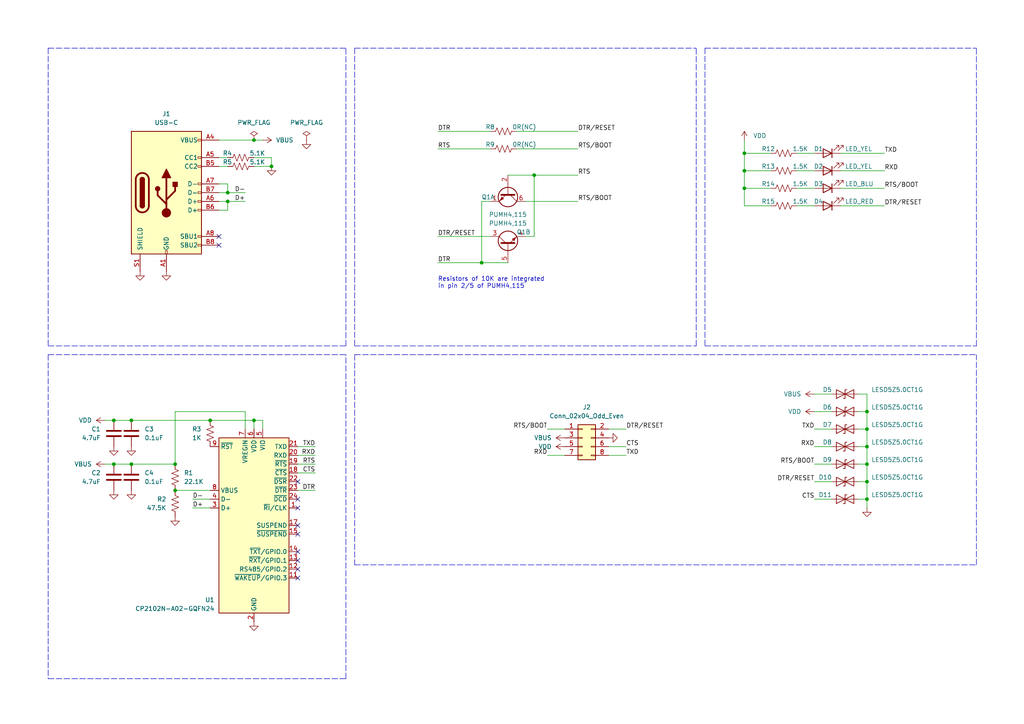
<source format=kicad_sch>
(kicad_sch (version 20211123) (generator eeschema)
  (paper "A4")
  (title_block (title "#0102 SERIAL-CP2102N") (date "2022-10-02") (rev "V1.0") (company "TileParts"))
  (lib_symbols
    (symbol "Connector:USB_C_Receptacle_USB2.0" (pin_names (offset 1.016))
      (property "Reference" "J" (at -10.16 19.05 0))
      (property "Value" "USB_C_Receptacle_USB2.0" (at 19.05 19.05 0))
      (symbol "USB_C_Receptacle_USB2.0_0_0"
        (rectangle (start -0.254 -17.78) (end 0.254 -16.764))
        (rectangle (start 10.16 -14.986) (end 9.144 -15.494))
        (rectangle (start 10.16 -12.446) (end 9.144 -12.954))
        (rectangle (start 10.16 -4.826) (end 9.144 -5.334))
        (rectangle (start 10.16 -2.286) (end 9.144 -2.794))
        (rectangle (start 10.16 0.254) (end 9.144 -0.254))
        (rectangle (start 10.16 2.794) (end 9.144 2.286))
        (rectangle (start 10.16 7.874) (end 9.144 7.366))
        (rectangle (start 10.16 10.414) (end 9.144 9.906))
        (rectangle (start 10.16 15.494) (end 9.144 14.986))
      )
      (symbol "USB_C_Receptacle_USB2.0_0_1"
        (rectangle (start -10.16 17.78) (end 10.16 -17.78) (stroke (width 0.254)) (fill (type background)))
        (arc (start -8.89 -3.81) (mid -6.985 -5.715) (end -5.08 -3.81) (stroke (width 0.508)))
        (arc (start -7.62 -3.81) (mid -6.985 -4.445) (end -6.35 -3.81) (stroke (width 0.254)))
        (arc (start -7.62 -3.81) (mid -6.985 -4.445) (end -6.35 -3.81) (stroke (width 0.254)) (fill (type outline)))
        (rectangle (start -7.62 -3.81) (end -6.35 3.81) (stroke (width 0.254)) (fill (type outline)))
        (arc (start -6.35 3.81) (mid -6.985 4.445) (end -7.62 3.81) (stroke (width 0.254)))
        (arc (start -6.35 3.81) (mid -6.985 4.445) (end -7.62 3.81) (stroke (width 0.254)) (fill (type outline)))
        (arc (start -5.08 3.81) (mid -6.985 5.715) (end -8.89 3.81) (stroke (width 0.508)))
        (circle (center -2.54 1.143) (radius 0.635) (stroke (width 0.254)) (fill (type outline)))
        (circle (center 0 -5.842) (radius 1.27) (fill (type outline)))
        (polyline (pts (xy -8.89 -3.81) (xy -8.89 3.81)) (stroke (width 0.508)))
        (polyline (pts (xy -5.08 3.81) (xy -5.08 -3.81)) (stroke (width 0.508)))
        (polyline (pts (xy 0 -5.842) (xy 0 4.318)) (stroke (width 0.508)))
        (polyline (pts (xy 0 -3.302) (xy -2.54 -0.762) (xy -2.54 0.508)) (stroke (width 0.508)))
        (polyline (pts (xy 0 -2.032) (xy 2.54 0.508) (xy 2.54 1.778)) (stroke (width 0.508)))
        (polyline (pts (xy -1.27 4.318) (xy 0 6.858) (xy 1.27 4.318) (xy -1.27 4.318)) (stroke (width 0.254)) (fill (type outline)))
        (rectangle (start 1.905 1.778) (end 3.175 3.048) (stroke (width 0.254)) (fill (type outline)))
      )
      (symbol "USB_C_Receptacle_USB2.0_1_1"
        (pin passive line (at 0 -22.86 90) (length 5.08) (name "GND") (number "A1"))
        (pin passive line (at 0 -22.86 90) (length 5.08) hide (name "GND") (number "A12"))
        (pin passive line (at 15.24 15.24 180) (length 5.08) (name "VBUS") (number "A4"))
        (pin bidirectional line (at 15.24 10.16 180) (length 5.08) (name "CC1") (number "A5"))
        (pin bidirectional line (at 15.24 -2.54 180) (length 5.08) (name "D+") (number "A6"))
        (pin bidirectional line (at 15.24 2.54 180) (length 5.08) (name "D-") (number "A7"))
        (pin bidirectional line (at 15.24 -12.7 180) (length 5.08) (name "SBU1") (number "A8"))
        (pin passive line (at 15.24 15.24 180) (length 5.08) hide (name "VBUS") (number "A9"))
        (pin passive line (at 0 -22.86 90) (length 5.08) hide (name "GND") (number "B1"))
        (pin passive line (at 0 -22.86 90) (length 5.08) hide (name "GND") (number "B12"))
        (pin passive line (at 15.24 15.24 180) (length 5.08) hide (name "VBUS") (number "B4"))
        (pin bidirectional line (at 15.24 7.62 180) (length 5.08) (name "CC2") (number "B5"))
        (pin bidirectional line (at 15.24 -5.08 180) (length 5.08) (name "D+") (number "B6"))
        (pin bidirectional line (at 15.24 0 180) (length 5.08) (name "D-") (number "B7"))
        (pin bidirectional line (at 15.24 -15.24 180) (length 5.08) (name "SBU2") (number "B8"))
        (pin passive line (at 15.24 15.24 180) (length 5.08) hide (name "VBUS") (number "B9"))
        (pin passive line (at -7.62 -22.86 90) (length 5.08) (name "SHIELD") (number "S1"))
      )
    )
    (symbol "Connector_Generic:Conn_02x04_Odd_Even" (pin_names (offset 1.016) hide)
      (property "Reference" "J" (at 1.27 5.08 0))
      (property "Value" "Conn_02x04_Odd_Even" (at 1.27 -7.62 0))
      (symbol "Conn_02x04_Odd_Even_1_1"
        (rectangle (start -1.27 -4.953) (end 0 -5.207) (stroke (width 0.1524)))
        (rectangle (start -1.27 -2.413) (end 0 -2.667) (stroke (width 0.1524)))
        (rectangle (start -1.27 0.127) (end 0 -0.127) (stroke (width 0.1524)))
        (rectangle (start -1.27 2.667) (end 0 2.413) (stroke (width 0.1524)))
        (rectangle (start -1.27 3.81) (end 3.81 -6.35) (stroke (width 0.254)) (fill (type background)))
        (rectangle (start 3.81 -4.953) (end 2.54 -5.207) (stroke (width 0.1524)))
        (rectangle (start 3.81 -2.413) (end 2.54 -2.667) (stroke (width 0.1524)))
        (rectangle (start 3.81 0.127) (end 2.54 -0.127) (stroke (width 0.1524)))
        (rectangle (start 3.81 2.667) (end 2.54 2.413) (stroke (width 0.1524)))
        (pin passive line (at -5.08 2.54 0) (length 3.81) (name "Pin_1") (number "1"))
        (pin passive line (at 7.62 2.54 180) (length 3.81) (name "Pin_2") (number "2"))
        (pin passive line (at -5.08 0 0) (length 3.81) (name "Pin_3") (number "3"))
        (pin passive line (at 7.62 0 180) (length 3.81) (name "Pin_4") (number "4"))
        (pin passive line (at -5.08 -2.54 0) (length 3.81) (name "Pin_5") (number "5"))
        (pin passive line (at 7.62 -2.54 180) (length 3.81) (name "Pin_6") (number "6"))
        (pin passive line (at -5.08 -5.08 0) (length 3.81) (name "Pin_7") (number "7"))
        (pin passive line (at 7.62 -5.08 180) (length 3.81) (name "Pin_8") (number "8"))
      )
    )
    (symbol "Device:C" (pin_numbers hide) (pin_names (offset 0.254))
      (property "Reference" "C" (at 0.635 2.54 0))
      (property "Value" "C" (at 0.635 -2.54 0))
      (symbol "C_0_1"
        (polyline (pts (xy -2.032 -0.762) (xy 2.032 -0.762)) (stroke (width 0.508)))
        (polyline (pts (xy -2.032 0.762) (xy 2.032 0.762)) (stroke (width 0.508)))
      )
      (symbol "C_1_1"
        (pin passive line (at 0 3.81 270) (length 2.794) (name "~") (number "1"))
        (pin passive line (at 0 -3.81 90) (length 2.794) (name "~") (number "2"))
      )
    )
    (symbol "Device:LED" (pin_numbers hide) (pin_names (offset 1.016) hide)
      (property "Reference" "D" (at 0 2.54 0))
      (property "Value" "LED" (at 0 -2.54 0))
      (symbol "LED_0_1"
        (polyline (pts (xy -1.27 -1.27) (xy -1.27 1.27)) (stroke (width 0.254)))
        (polyline (pts (xy -1.27 0) (xy 1.27 0)))
        (polyline (pts (xy 1.27 -1.27) (xy 1.27 1.27) (xy -1.27 0) (xy 1.27 -1.27)) (stroke (width 0.254)))
        (polyline (pts (xy -3.048 -0.762) (xy -4.572 -2.286) (xy -3.81 -2.286) (xy -4.572 -2.286) (xy -4.572 -1.524)))
        (polyline (pts (xy -1.778 -0.762) (xy -3.302 -2.286) (xy -2.54 -2.286) (xy -3.302 -2.286) (xy -3.302 -1.524)))
      )
      (symbol "LED_1_1"
        (pin passive line (at -3.81 0 0) (length 2.54) (name "K") (number "1"))
        (pin passive line (at 3.81 0 180) (length 2.54) (name "A") (number "2"))
      )
    )
    (symbol "Device:R_US" (pin_numbers hide) (pin_names (offset 0))
      (property "Reference" "R" (at 2.54 0 90))
      (property "Value" "R_US" (at -2.54 0 90))
      (symbol "R_US_0_1"
        (polyline (pts (xy 0 -2.286) (xy 0 -2.54)))
        (polyline (pts (xy 0 2.286) (xy 0 2.54)))
        (polyline (pts (xy 0 -0.762) (xy 1.016 -1.143) (xy 0 -1.524) (xy -1.016 -1.905) (xy 0 -2.286)))
        (polyline (pts (xy 0 0.762) (xy 1.016 0.381) (xy 0 0) (xy -1.016 -0.381) (xy 0 -0.762)))
        (polyline (pts (xy 0 2.286) (xy 1.016 1.905) (xy 0 1.524) (xy -1.016 1.143) (xy 0 0.762)))
      )
      (symbol "R_US_1_1"
        (pin passive line (at 0 3.81 270) (length 1.27) (name "~") (number "1"))
        (pin passive line (at 0 -3.81 90) (length 1.27) (name "~") (number "2"))
      )
    )
    (symbol "Diode:ESD9B5.0ST5G" (pin_numbers hide) (pin_names (offset 1.016) hide)
      (property "Reference" "D" (at 0 2.54 0))
      (property "Value" "ESD9B5.0ST5G" (at 0 -2.54 0))
      (symbol "ESD9B5.0ST5G_0_1"
        (polyline (pts (xy 1.27 0) (xy -1.27 0)))
        (polyline (pts (xy -2.54 -1.27) (xy 0 0) (xy -2.54 1.27) (xy -2.54 -1.27)) (stroke (width 0.2032)))
        (polyline (pts (xy 0.508 1.27) (xy 0 1.27) (xy 0 -1.27) (xy -0.508 -1.27)) (stroke (width 0.2032)))
        (polyline (pts (xy 2.54 1.27) (xy 2.54 -1.27) (xy 0 0) (xy 2.54 1.27)) (stroke (width 0.2032)))
      )
      (symbol "ESD9B5.0ST5G_1_1"
        (pin passive line (at -3.81 0 0) (length 2.54) (name "A1") (number "1"))
        (pin passive line (at 3.81 0 180) (length 2.54) (name "A2") (number "2"))
      )
    )
    (symbol "Interface_USB:CP2102N-Axx-xQFN24"
      (property "Reference" "U" (at -8.89 26.67 0))
      (property "Value" "CP2102N-Axx-xQFN24" (at 13.97 26.67 0))
      (symbol "CP2102N-Axx-xQFN24_0_1"
        (rectangle (start -10.16 25.4) (end 10.16 -25.4) (stroke (width 0.254)) (fill (type background)))
      )
      (symbol "CP2102N-Axx-xQFN24_1_1"
        (pin bidirectional line (at 12.7 5.08 180) (length 2.54) (name "~{RI}/CLK") (number "1"))
        (pin no_connect line (at -10.16 -22.86 0) (length 2.54) hide (name "NC") (number "10"))
        (pin bidirectional line (at 12.7 -15.24 180) (length 2.54) (name "~{WAKEUP}/GPIO.3") (number "11"))
        (pin bidirectional line (at 12.7 -12.7 180) (length 2.54) (name "RS485/GPIO.2") (number "12"))
        (pin bidirectional line (at 12.7 -10.16 180) (length 2.54) (name "~{RXT}/GPIO.1") (number "13"))
        (pin bidirectional line (at 12.7 -7.62 180) (length 2.54) (name "~{TXT}/GPIO.0") (number "14"))
        (pin output line (at 12.7 -2.54 180) (length 2.54) (name "~{SUSPEND}") (number "15"))
        (pin no_connect line (at 10.16 -22.86 180) (length 2.54) hide (name "NC") (number "16"))
        (pin output line (at 12.7 0 180) (length 2.54) (name "SUSPEND") (number "17"))
        (pin input line (at 12.7 15.24 180) (length 2.54) (name "~{CTS}") (number "18"))
        (pin output line (at 12.7 17.78 180) (length 2.54) (name "~{RTS}") (number "19"))
        (pin power_in line (at 0 -27.94 90) (length 2.54) (name "GND") (number "2"))
        (pin input line (at 12.7 20.32 180) (length 2.54) (name "RXD") (number "20"))
        (pin output line (at 12.7 22.86 180) (length 2.54) (name "TXD") (number "21"))
        (pin input line (at 12.7 12.7 180) (length 2.54) (name "~{DSR}") (number "22"))
        (pin output line (at 12.7 10.16 180) (length 2.54) (name "~{DTR}") (number "23"))
        (pin input line (at 12.7 7.62 180) (length 2.54) (name "~{DCD}") (number "24"))
        (pin passive line (at 0 -27.94 90) (length 2.54) hide (name "GND") (number "25"))
        (pin bidirectional line (at -12.7 5.08 0) (length 2.54) (name "D+") (number "3"))
        (pin bidirectional line (at -12.7 7.62 0) (length 2.54) (name "D-") (number "4"))
        (pin power_in line (at 2.54 27.94 270) (length 2.54) (name "VIO") (number "5"))
        (pin power_in line (at 0 27.94 270) (length 2.54) (name "VDD") (number "6"))
        (pin power_in line (at -2.54 27.94 270) (length 2.54) (name "VREGIN") (number "7"))
        (pin input line (at -12.7 10.16 0) (length 2.54) (name "VBUS") (number "8"))
        (pin input line (at -12.7 22.86 0) (length 2.54) (name "~{RST}") (number "9"))
      )
    )
    (symbol "Transistor_BJT:PUMX1" (pin_names (offset 0) hide)
      (property "Reference" "Q" (at 5.08 1.27 0))
      (property "Value" "PUMX1" (at 5.08 -1.27 0))
      (symbol "PUMX1_0_1"
        (polyline (pts (xy 0.635 0) (xy -2.54 0)))
        (polyline (pts (xy 0.635 0.635) (xy 2.54 2.54)))
        (polyline (pts (xy 0.635 -0.635) (xy 2.54 -2.54) (xy 2.54 -2.54)))
        (polyline (pts (xy 0.635 1.905) (xy 0.635 -1.905) (xy 0.635 -1.905)) (stroke (width 0.508)))
        (polyline (pts (xy 1.27 -1.778) (xy 1.778 -1.27) (xy 2.286 -2.286) (xy 1.27 -1.778) (xy 1.27 -1.778)) (fill (type outline)))
        (circle (center 1.27 0) (radius 2.8194) (stroke (width 0.254)))
      )
      (symbol "PUMX1_1_1"
        (pin passive line (at 2.54 -5.08 90) (length 2.54) (name "E1") (number "1"))
        (pin input line (at -5.08 0 0) (length 2.54) (name "B1") (number "2"))
        (pin passive line (at 2.54 5.08 270) (length 2.54) (name "C1") (number "6"))
      )
      (symbol "PUMX1_2_1"
        (pin passive line (at 2.54 5.08 270) (length 2.54) (name "C2") (number "3"))
        (pin passive line (at 2.54 -5.08 90) (length 2.54) (name "E2") (number "4"))
        (pin input line (at -5.08 0 0) (length 2.54) (name "B2") (number "5"))
      )
    )
    (symbol "power:GND" (power) (pin_names (offset 0))
      (property "Value" "GND" (at 0 -3.81 0))
      (symbol "GND_0_1"
        (polyline (pts (xy 0 0) (xy 0 -1.27) (xy 1.27 -1.27) (xy 0 -2.54) (xy -1.27 -1.27) (xy 0 -1.27)))
      )
      (symbol "GND_1_1"
        (pin power_in line (at 0 0 270) (length 0) hide (name "GND") (number "1"))
      )
    )
    (symbol "power:PWR_FLAG" (power) (pin_numbers hide) (pin_names (offset 0) hide)
      (property "Value" "PWR_FLAG" (at 0 3.81 0))
      (symbol "PWR_FLAG_0_0"
        (pin power_out line (at 0 0 90) (length 0) (name "pwr") (number "1"))
      )
      (symbol "PWR_FLAG_0_1"
        (polyline (pts (xy 0 0) (xy 0 1.27) (xy -1.016 1.905) (xy 0 2.54) (xy 1.016 1.905) (xy 0 1.27)))
      )
    )
    (symbol "power:VBUS" (power) (pin_names (offset 0))
      (property "Value" "VBUS" (at 0 3.81 0))
      (symbol "VBUS_0_1"
        (polyline (pts (xy -0.762 1.27) (xy 0 2.54)))
        (polyline (pts (xy 0 0) (xy 0 2.54)))
        (polyline (pts (xy 0 2.54) (xy 0.762 1.27)))
      )
      (symbol "VBUS_1_1"
        (pin power_in line (at 0 0 90) (length 0) hide (name "VBUS") (number "1"))
      )
    )
    (symbol "power:VDD" (power) (pin_names (offset 0))
      (property "Value" "VDD" (at 0 3.81 0))
      (symbol "VDD_0_1"
        (polyline (pts (xy -0.762 1.27) (xy 0 2.54)))
        (polyline (pts (xy 0 0) (xy 0 2.54)))
        (polyline (pts (xy 0 2.54) (xy 0.762 1.27)))
      )
      (symbol "VDD_1_1"
        (pin power_in line (at 0 0 90) (length 0) hide (name "VDD") (number "1"))
      )
    )
  )
  (junction (at 251.46 129.54))
  (junction (at 66.04 55.88))
  (junction (at 139.7 76.2))
  (junction (at 215.9 54.61))
  (junction (at 154.94 50.8))
  (junction (at 38.1 121.92))
  (junction (at 73.66 40.64))
  (junction (at 50.8 142.24))
  (junction (at 215.9 49.53))
  (junction (at 33.02 121.92))
  (junction (at 78.74 48.26))
  (junction (at 251.46 124.46))
  (junction (at 251.46 134.62))
  (junction (at 50.8 134.62))
  (junction (at 215.9 44.45))
  (junction (at 251.46 139.7))
  (junction (at 251.46 144.78))
  (junction (at 251.46 119.38))
  (junction (at 73.66 121.92))
  (junction (at 66.04 58.42))
  (junction (at 38.1 134.62))
  (junction (at 60.96 121.92))
  (junction (at 33.02 134.62))
  (no_connect (at 63.5 71.12))
  (no_connect (at 63.5 68.58))
  (no_connect (at 86.36 144.78))
  (no_connect (at 86.36 147.32))
  (no_connect (at 86.36 162.56))
  (no_connect (at 86.36 160.02))
  (no_connect (at 86.36 167.64))
  (no_connect (at 86.36 165.1))
  (no_connect (at 86.36 139.7))
  (no_connect (at 86.36 152.4))
  (no_connect (at 86.36 154.94))
  (wire (pts (xy 86.36 142.24) (xy 91.44 142.24)))
  (wire (pts (xy 215.9 59.69) (xy 223.52 59.69)))
  (wire (pts (xy 215.9 54.61) (xy 215.9 49.53)))
  (wire (pts (xy 231.14 54.61) (xy 236.22 54.61)))
  (wire (pts (xy 152.4 68.58) (xy 154.94 68.58)))
  (wire (pts (xy 176.53 129.54) (xy 181.61 129.54)))
  (wire (pts (xy 215.9 54.61) (xy 223.52 54.61)))
  (wire (pts (xy 158.75 124.46) (xy 163.83 124.46)))
  (wire (pts (xy 231.14 49.53) (xy 236.22 49.53)))
  (polyline (pts (xy 100.33 196.85) (xy 100.33 102.87)))
  (wire (pts (xy 63.5 53.34) (xy 66.04 53.34)))
  (wire (pts (xy 38.1 121.92) (xy 60.96 121.92)))
  (wire (pts (xy 248.92 114.3) (xy 251.46 114.3)))
  (polyline (pts (xy 201.93 100.33) (xy 201.93 13.97)))
  (wire (pts (xy 66.04 55.88) (xy 63.5 55.88)))
  (wire (pts (xy 251.46 129.54) (xy 251.46 134.62)))
  (wire (pts (xy 248.92 134.62) (xy 251.46 134.62)))
  (wire (pts (xy 154.94 50.8) (xy 167.64 50.8)))
  (wire (pts (xy 86.36 137.16) (xy 91.44 137.16)))
  (wire (pts (xy 236.22 124.46) (xy 241.3 124.46)))
  (wire (pts (xy 30.48 134.62) (xy 33.02 134.62)))
  (wire (pts (xy 215.9 49.53) (xy 215.9 44.45)))
  (wire (pts (xy 60.96 121.92) (xy 73.66 121.92)))
  (polyline (pts (xy 100.33 100.33) (xy 100.33 13.97)))
  (wire (pts (xy 236.22 134.62) (xy 241.3 134.62)))
  (wire (pts (xy 149.86 38.1) (xy 167.64 38.1)))
  (wire (pts (xy 158.75 132.08) (xy 163.83 132.08)))
  (wire (pts (xy 73.66 48.26) (xy 78.74 48.26)))
  (wire (pts (xy 33.02 121.92) (xy 38.1 121.92)))
  (polyline (pts (xy 102.87 163.83) (xy 283.21 163.83)))
  (wire (pts (xy 63.5 40.64) (xy 73.66 40.64)))
  (polyline (pts (xy 13.97 13.97) (xy 13.97 100.33)))
  (wire (pts (xy 127 43.18) (xy 142.24 43.18)))
  (polyline (pts (xy 13.97 100.33) (xy 100.33 100.33)))
  (wire (pts (xy 73.66 40.64) (xy 76.2 40.64)))
  (wire (pts (xy 55.88 144.78) (xy 60.96 144.78)))
  (wire (pts (xy 86.36 134.62) (xy 91.44 134.62)))
  (wire (pts (xy 63.5 48.26) (xy 66.04 48.26)))
  (wire (pts (xy 55.88 147.32) (xy 60.96 147.32)))
  (wire (pts (xy 73.66 121.92) (xy 73.66 124.46)))
  (wire (pts (xy 127 76.2) (xy 139.7 76.2)))
  (wire (pts (xy 236.22 144.78) (xy 241.3 144.78)))
  (wire (pts (xy 66.04 55.88) (xy 71.12 55.88)))
  (wire (pts (xy 66.04 58.42) (xy 71.12 58.42)))
  (wire (pts (xy 139.7 76.2) (xy 139.7 58.42)))
  (wire (pts (xy 50.8 119.38) (xy 71.12 119.38)))
  (wire (pts (xy 154.94 50.8) (xy 147.32 50.8)))
  (polyline (pts (xy 102.87 13.97) (xy 102.87 100.33)))
  (wire (pts (xy 30.48 121.92) (xy 33.02 121.92)))
  (polyline (pts (xy 204.47 13.97) (xy 204.47 100.33)))
  (wire (pts (xy 236.22 119.38) (xy 241.3 119.38)))
  (wire (pts (xy 251.46 144.78) (xy 251.46 147.32)))
  (wire (pts (xy 231.14 44.45) (xy 236.22 44.45)))
  (wire (pts (xy 152.4 58.42) (xy 167.64 58.42)))
  (wire (pts (xy 176.53 124.46) (xy 181.61 124.46)))
  (wire (pts (xy 215.9 44.45) (xy 223.52 44.45)))
  (wire (pts (xy 86.36 132.08) (xy 91.44 132.08)))
  (wire (pts (xy 215.9 49.53) (xy 223.52 49.53)))
  (wire (pts (xy 248.92 139.7) (xy 251.46 139.7)))
  (wire (pts (xy 50.8 119.38) (xy 50.8 134.62)))
  (wire (pts (xy 243.84 54.61) (xy 256.54 54.61)))
  (wire (pts (xy 251.46 119.38) (xy 251.46 124.46)))
  (polyline (pts (xy 204.47 100.33) (xy 283.21 100.33)))
  (polyline (pts (xy 283.21 100.33) (xy 283.21 13.97)))
  (wire (pts (xy 251.46 134.62) (xy 251.46 139.7)))
  (wire (pts (xy 73.66 121.92) (xy 76.2 121.92)))
  (wire (pts (xy 63.5 60.96) (xy 66.04 60.96)))
  (wire (pts (xy 236.22 129.54) (xy 241.3 129.54)))
  (wire (pts (xy 251.46 124.46) (xy 251.46 129.54)))
  (wire (pts (xy 66.04 53.34) (xy 66.04 55.88)))
  (polyline (pts (xy 283.21 163.83) (xy 283.21 102.87)))
  (wire (pts (xy 236.22 114.3) (xy 241.3 114.3)))
  (wire (pts (xy 231.14 59.69) (xy 236.22 59.69)))
  (polyline (pts (xy 102.87 102.87) (xy 283.21 102.87)))
  (wire (pts (xy 149.86 43.18) (xy 167.64 43.18)))
  (wire (pts (xy 215.9 44.45) (xy 215.9 40.64)))
  (wire (pts (xy 86.36 129.54) (xy 91.44 129.54)))
  (polyline (pts (xy 102.87 100.33) (xy 201.93 100.33)))
  (wire (pts (xy 236.22 139.7) (xy 241.3 139.7)))
  (wire (pts (xy 243.84 59.69) (xy 256.54 59.69)))
  (wire (pts (xy 71.12 119.38) (xy 71.12 124.46)))
  (wire (pts (xy 38.1 134.62) (xy 50.8 134.62)))
  (wire (pts (xy 66.04 58.42) (xy 66.04 60.96)))
  (wire (pts (xy 33.02 134.62) (xy 38.1 134.62)))
  (wire (pts (xy 248.92 129.54) (xy 251.46 129.54)))
  (polyline (pts (xy 204.47 13.97) (xy 283.21 13.97)))
  (wire (pts (xy 63.5 45.72) (xy 66.04 45.72)))
  (wire (pts (xy 154.94 68.58) (xy 154.94 50.8)))
  (polyline (pts (xy 13.97 102.87) (xy 100.33 102.87)))
  (wire (pts (xy 73.66 45.72) (xy 78.74 45.72)))
  (wire (pts (xy 76.2 121.92) (xy 76.2 124.46)))
  (wire (pts (xy 139.7 58.42) (xy 142.24 58.42)))
  (wire (pts (xy 248.92 144.78) (xy 251.46 144.78)))
  (polyline (pts (xy 102.87 102.87) (xy 102.87 163.83)))
  (wire (pts (xy 50.8 142.24) (xy 60.96 142.24)))
  (wire (pts (xy 248.92 119.38) (xy 251.46 119.38)))
  (wire (pts (xy 63.5 58.42) (xy 66.04 58.42)))
  (polyline (pts (xy 13.97 13.97) (xy 100.33 13.97)))
  (wire (pts (xy 127 68.58) (xy 142.24 68.58)))
  (polyline (pts (xy 13.97 102.87) (xy 13.97 196.85)))
  (wire (pts (xy 243.84 44.45) (xy 256.54 44.45)))
  (wire (pts (xy 147.32 76.2) (xy 139.7 76.2)))
  (wire (pts (xy 251.46 114.3) (xy 251.46 119.38)))
  (wire (pts (xy 243.84 49.53) (xy 256.54 49.53)))
  (polyline (pts (xy 13.97 196.85) (xy 100.33 196.85)))
  (wire (pts (xy 176.53 132.08) (xy 181.61 132.08)))
  (wire (pts (xy 127 38.1) (xy 142.24 38.1)))
  (wire (pts (xy 251.46 139.7) (xy 251.46 144.78)))
  (wire (pts (xy 78.74 45.72) (xy 78.74 48.26)))
  (wire (pts (xy 215.9 59.69) (xy 215.9 54.61)))
  (wire (pts (xy 248.92 124.46) (xy 251.46 124.46)))
  (polyline (pts (xy 102.87 13.97) (xy 201.93 13.97)))
  (text "Resistors of 10K are integrated\nin pin 2/5 of PUMH4,115" (at 127 83.82 0) (effects (font (size 1.27 1.27)) (justify left bottom)))
  (label "DTR{slash}RESET" (at 256.54 59.69 0))
  (label "TXD" (at 256.54 44.45 0))
  (label "D-" (at 55.88 144.78 0))
  (label "DTR" (at 127 38.1 0))
  (label "RXD" (at 256.54 49.53 0))
  (label "TXD" (at 236.22 124.46 180))
  (label "D+" (at 71.12 58.42 180))
  (label "RTS" (at 127 43.18 0))
  (label "D-" (at 71.12 55.88 180))
  (label "DTR{slash}RESET" (at 236.22 139.7 180))
  (label "RTS" (at 91.44 134.62 180))
  (label "RXD" (at 91.44 132.08 180))
  (label "DTR" (at 91.44 142.24 180))
  (label "DTR{slash}RESET" (at 181.61 124.46 0))
  (label "TXD" (at 181.61 132.08 0))
  (label "RXD" (at 158.75 132.08 180))
  (label "RTS{slash}BOOT" (at 167.64 58.42 0))
  (label "CTS" (at 181.61 129.54 0))
  (label "RXD" (at 236.22 129.54 180))
  (label "CTS" (at 91.44 137.16 180))
  (label "DTR{slash}RESET" (at 167.64 38.1 0))
  (label "RTS{slash}BOOT" (at 236.22 134.62 180))
  (label "RTS" (at 167.64 50.8 0))
  (label "RTS{slash}BOOT" (at 256.54 54.61 0))
  (label "RTS{slash}BOOT" (at 167.64 43.18 0))
  (label "TXD" (at 91.44 129.54 180))
  (label "RTS{slash}BOOT" (at 158.75 124.46 180))
  (label "DTR" (at 127 76.2 0))
  (label "CTS" (at 236.22 144.78 180))
  (label "D+" (at 55.88 147.32 0))
  (label "DTR{slash}RESET" (at 127 68.58 0))
  (symbol (lib_id "power:VBUS") (at 236.22 114.3 90) (unit 1)
    (property "Reference" "#PWR018" (effects hide))
    (property "Value" "VBUS" (at 232.41 114.3 90) (effects (justify left)))
  )
  (symbol (lib_id "Device:R_US") (at 227.33 54.61 90) (unit 1)
    (property "Reference" "R14" (at 224.79 53.34 90) (effects (justify left)))
    (property "Value" "1.5K" (at 229.87 53.34 90) (effects (justify right)))
    (property "Footprint" "Resistor_SMD:R_0402_1005Metric" (effects hide))
    (property "Manufacturer" "UniOhm" (effects hide))
    (property "Supplier" "JLC" (effects hide))
    (property "PartNumber" "C25867" (effects hide))
  )
  (symbol (lib_id "power:VDD") (at 30.48 121.92 90) (unit 1)
    (property "Reference" "#PWR01" (effects hide))
    (property "Value" "VDD" (at 26.67 121.9199 90) (effects (justify left)))
  )
  (symbol (lib_id "Device:R_US") (at 146.05 38.1 90) (unit 1)
    (property "Reference" "R8" (at 143.51 36.83 90) (effects (justify left)))
    (property "Value" "0R(NC)" (at 148.59 36.83 90) (effects (justify right)))
    (property "Footprint" "Resistor_SMD:R_0603_1608Metric" (effects hide))
  )
  (symbol (lib_id "Device:R_US") (at 146.05 43.18 90) (unit 1)
    (property "Reference" "R9" (at 143.51 41.91 90) (effects (justify left)))
    (property "Value" "0R(NC)" (at 148.59 41.91 90) (effects (justify right)))
    (property "Footprint" "Resistor_SMD:R_0603_1608Metric" (effects hide))
  )
  (symbol (lib_id "power:GND") (at 40.64 78.74 0) (unit 1)
    (property "Reference" "#PWR07" (effects hide))
    (property "Value" "GND" (effects hide))
  )
  (symbol (lib_id "Diode:ESD9B5.0ST5G") (at 245.11 139.7 180) (unit 1)
    (property "Reference" "D10" (at 241.3 138.43 0) (effects (justify left)))
    (property "Value" "LESD5Z5.0CT1G" (at 252.73 138.43 0) (effects (justify right)))
    (property "Footprint" "Diode_SMD:D_SOD-523" (effects hide))
    (property "Datasheet" "https://www.onsemi.com/pub/Collateral/ESD9B-D.PDF" (effects hide))
    (property "Manufacturer" "LRC" (effects hide))
    (property "PartNumber" "C136167" (effects hide))
    (property "Supplier" "JLC-EXT" (effects hide))
  )
  (symbol (lib_id "Device:R_US") (at 69.85 48.26 90) (unit 1)
    (property "Reference" "R5" (at 67.31 46.99 90) (effects (justify left)))
    (property "Value" "5.1K" (at 72.39 46.99 90) (effects (justify right)))
    (property "Footprint" "Resistor_SMD:R_0402_1005Metric" (effects hide))
    (property "Manufacturer" "UniOhm" (effects hide))
    (property "PartNumber" "C25905" (effects hide))
    (property "Supplier" "JLC" (effects hide))
  )
  (symbol (lib_id "power:VBUS") (at 30.48 134.62 90) (unit 1)
    (property "Reference" "#PWR02" (effects hide))
    (property "Value" "VBUS" (at 26.67 134.62 90) (effects (justify left)))
  )
  (symbol (lib_id "power:VDD") (at 163.83 129.54 90) (unit 1)
    (property "Reference" "#PWR015" (effects hide))
    (property "Value" "VDD" (at 160.02 129.5399 90) (effects (justify left)))
  )
  (symbol (lib_id "power:GND") (at 251.46 147.32 0) (unit 1)
    (property "Reference" "#PWR020" (effects hide))
    (property "Value" "GND" (effects hide))
  )
  (symbol (lib_id "Transistor_BJT:PUMX1") (at 147.32 55.88 270) (unit 1)
    (property "Reference" "Q1" (at 143.51 57.15 90) (effects (justify right)))
    (property "Value" "PUMH4,115" (at 147.32 62.23 90))
    (property "Footprint" "Package_TO_SOT_SMD:SOT-363_SC-70-6" (effects hide))
    (property "Datasheet" "https://assets.nexperia.com/documents/data-sheet/PUMX1.pdf" (effects hide))
    (property "Manufacturer" "Nexperia" (effects hide))
    (property "PartNumber" "C455002" (effects hide))
    (property "Supplier" "JLC-EXT" (effects hide))
  )
  (symbol (lib_id "power:GND") (at 88.9 40.64 0) (unit 1)
    (property "Reference" "#PWR013" (effects hide))
    (property "Value" "GND" (effects hide))
  )
  (symbol (lib_id "power:VBUS") (at 163.83 127 90) (unit 1)
    (property "Reference" "#PWR014" (effects hide))
    (property "Value" "VBUS" (at 160.02 126.9999 90) (effects (justify left)))
  )
  (symbol (lib_id "Device:R_US") (at 60.96 125.73 0) (unit 1)
    (property "Reference" "R3" (at 58.42 124.4599 0) (effects (justify right)))
    (property "Value" "1K" (at 58.42 126.9999 0) (effects (justify right)))
    (property "Footprint" "Resistor_SMD:R_0402_1005Metric" (effects hide))
    (property "Manufacturer" "UniOhm" (effects hide))
    (property "PartNumber" "C11702" (effects hide))
    (property "Supplier" "JLC" (effects hide))
  )
  (symbol (lib_id "Device:C") (at 38.1 125.73 0) (unit 1)
    (property "Reference" "C3" (at 41.91 124.4599 0) (effects (justify left)))
    (property "Value" "0.1uF" (at 41.91 126.9999 0) (effects (justify left)))
    (property "Footprint" "Capacitor_SMD:C_0402_1005Metric" (effects hide))
    (property "Manufacturer" "SAMSUNG" (effects hide))
    (property "PartNumber" "C1525" (effects hide))
    (property "Supplier" "JLC" (effects hide))
  )
  (symbol (lib_id "power:GND") (at 78.74 48.26 0) (unit 1)
    (property "Reference" "#PWR012" (effects hide))
    (property "Value" "GND" (effects hide))
  )
  (symbol (lib_id "power:GND") (at 33.02 129.54 0) (unit 1)
    (property "Reference" "#PWR03" (effects hide))
    (property "Value" "GND" (effects hide))
  )
  (symbol (lib_id "Diode:ESD9B5.0ST5G") (at 245.11 119.38 180) (unit 1)
    (property "Reference" "D6" (at 241.3 118.11 0) (effects (justify left)))
    (property "Value" "LESD5Z5.0CT1G" (at 252.73 118.11 0) (effects (justify right)))
    (property "Footprint" "Diode_SMD:D_SOD-523" (effects hide))
    (property "Datasheet" "https://www.onsemi.com/pub/Collateral/ESD9B-D.PDF" (effects hide))
    (property "Manufacturer" "LRC" (effects hide))
    (property "PartNumber" "C136167" (effects hide))
    (property "Supplier" "JLC-EXT" (effects hide))
  )
  (symbol (lib_id "Connector_Generic:Conn_02x04_Odd_Even") (at 168.91 127 0) (unit 1)
    (property "Reference" "J2" (at 170.18 118.11 0))
    (property "Value" "Conn_02x04_Odd_Even" (at 170.18 120.65 0))
    (property "Footprint" "Connector_PinHeader_2.54mm:PinHeader_2x04_P2.54mm_Vertical" (effects hide))
  )
  (symbol (lib_id "power:GND") (at 73.66 180.34 0) (unit 1)
    (property "Reference" "#PWR010" (effects hide))
    (property "Value" "GND" (effects hide))
  )
  (symbol (lib_id "power:VDD") (at 236.22 119.38 90) (unit 1)
    (property "Reference" "#PWR019" (effects hide))
    (property "Value" "VDD" (at 232.41 119.38 90) (effects (justify left)))
  )
  (symbol (lib_id "Connector:USB_C_Receptacle_USB2.0") (at 48.26 55.88 0) (unit 1)
    (property "Reference" "J1" (at 48.26 33.02 0))
    (property "Value" "USB-C" (at 48.26 35.56 0))
    (property "Footprint" "JLC-SMT:HRO_TYPE-C-31-M-12" (effects hide))
    (property "Datasheet" "https://www.usb.org/sites/default/files/documents/usb_type-c.zip" (effects hide))
    (property "Datasheet" "https://www.usb.org/sites/default/files/documents/usb_type-c.zip" (effects hide))
    (property "Manufacturer" "HRO" (effects hide))
    (property "PartNumber" "C165948" (effects hide))
    (property "Supplier" "JLC-EXT" (effects hide))
  )
  (symbol (lib_id "power:VDD") (at 215.9 40.64 0) (unit 1)
    (property "Reference" "#PWR017" (effects hide))
    (property "Value" "VDD" (at 218.44 39.3699 0) (effects (justify left)))
  )
  (symbol (lib_id "Device:R_US") (at 50.8 138.43 0) (unit 1)
    (property "Reference" "R1" (at 53.34 137.1599 0) (effects (justify left)))
    (property "Value" "22.1K" (at 53.34 139.6999 0) (effects (justify left)))
    (property "Footprint" "Resistor_SMD:R_0402_1005Metric" (effects hide))
    (property "Manufacturer" "YAGEO" (effects hide))
    (property "PartNumber" "C163478" (effects hide))
    (property "Supplier" "JLC-EXT" (effects hide))
  )
  (symbol (lib_id "Interface_USB:CP2102N-Axx-xQFN24") (at 73.66 152.4 0) (unit 1)
    (property "Reference" "U1" (at 62.23 173.99 0) (effects (justify right)))
    (property "Value" "CP2102N-A02-GQFN24" (at 62.23 176.53 0) (effects (justify right)))
    (property "Footprint" "Package_DFN_QFN:QFN-24-1EP_4x4mm_P0.5mm_EP2.6x2.6mm" (effects hide))
    (property "Datasheet" "https://www.silabs.com/documents/public/data-sheets/cp2102n-datasheet.pdf" (effects hide))
    (property "Datasheet" "https://www.silabs.com/documents/public/data-sheets/cp2102n-datasheet.pdf" (effects hide))
    (property "Manufacturer" "SILICON LABS" (effects hide))
    (property "PartNumber" "C969151" (effects hide))
    (property "Supplier" "JLC-EXT" (effects hide))
  )
  (symbol (lib_id "Device:C") (at 33.02 125.73 0) (unit 1)
    (property "Reference" "C1" (at 29.21 124.4599 0) (effects (justify right)))
    (property "Value" "4.7uF" (at 29.21 126.9999 0) (effects (justify right)))
    (property "Footprint" "Capacitor_SMD:C_0402_1005Metric" (effects hide))
    (property "Manufacturer" "SAMSUNG" (effects hide))
    (property "PartNumber" "C23733" (effects hide))
    (property "Supplier" "JLC" (effects hide))
  )
  (symbol (lib_id "power:GND") (at 38.1 129.54 0) (unit 1)
    (property "Reference" "#PWR05" (effects hide))
    (property "Value" "GND" (effects hide))
  )
  (symbol (lib_id "Device:C") (at 38.1 138.43 0) (unit 1)
    (property "Reference" "C4" (at 41.91 137.1599 0) (effects (justify left)))
    (property "Value" "0.1uF" (at 41.91 139.6999 0) (effects (justify left)))
    (property "Footprint" "Capacitor_SMD:C_0402_1005Metric" (effects hide))
    (property "Manufacturer" "SAMSUNG" (effects hide))
    (property "PartNumber" "C1525" (effects hide))
    (property "Supplier" "JLC" (effects hide))
  )
  (symbol (lib_id "Device:R_US") (at 227.33 59.69 90) (unit 1)
    (property "Reference" "R15" (at 224.79 58.42 90) (effects (justify left)))
    (property "Value" "1.5K" (at 229.87 58.42 90) (effects (justify right)))
    (property "Footprint" "Resistor_SMD:R_0402_1005Metric" (effects hide))
    (property "Manufacturer" "UniOhm" (effects hide))
    (property "Supplier" "JLC" (effects hide))
    (property "PartNumber" "C25867" (effects hide))
  )
  (symbol (lib_id "power:PWR_FLAG") (at 73.66 40.64 0) (unit 1)
    (property "Reference" "#FLG01" (effects hide))
    (property "Value" "PWR_FLAG" (at 73.66 35.56 0))
  )
  (symbol (lib_id "Device:LED") (at 240.03 44.45 180) (unit 1)
    (property "Reference" "D1" (at 238.76 43.18 0) (effects (justify left)))
    (property "Value" "LED_YEL" (at 245.11 43.18 0) (effects (justify right)))
    (property "Footprint" "LED_SMD:LED_0603_1608Metric" (effects hide))
    (property "Manufacturer" "EVERLIGHT" (effects hide))
    (property "PartNumber" "C72038" (effects hide))
    (property "Supplier" "JLC" (effects hide))
  )
  (symbol (lib_id "Device:LED") (at 240.03 59.69 180) (unit 1)
    (property "Reference" "D4" (at 238.76 58.42 0) (effects (justify left)))
    (property "Value" "LED_RED" (at 245.11 58.42 0) (effects (justify right)))
    (property "Footprint" "LED_SMD:LED_0603_1608Metric" (effects hide))
    (property "Manufacturer" "KENTO" (effects hide))
    (property "PartNumber" "C2286" (effects hide))
    (property "Supplier" "JLC" (effects hide))
  )
  (symbol (lib_id "Device:R_US") (at 227.33 49.53 90) (unit 1)
    (property "Reference" "R13" (at 224.79 48.26 90) (effects (justify left)))
    (property "Value" "1.5K" (at 229.87 48.26 90) (effects (justify right)))
    (property "Footprint" "Resistor_SMD:R_0402_1005Metric" (effects hide))
    (property "Manufacturer" "UniOhm" (effects hide))
    (property "Supplier" "JLC" (effects hide))
    (property "PartNumber" "C25867" (effects hide))
  )
  (symbol (lib_id "power:GND") (at 176.53 127 90) (unit 1)
    (property "Reference" "#PWR016" (effects hide))
    (property "Value" "GND" (effects hide))
  )
  (symbol (lib_id "power:GND") (at 50.8 149.86 0) (unit 1)
    (property "Reference" "#PWR09" (effects hide))
    (property "Value" "GND" (effects hide))
  )
  (symbol (lib_id "Device:LED") (at 240.03 49.53 180) (unit 1)
    (property "Reference" "D2" (at 238.76 48.26 0) (effects (justify left)))
    (property "Value" "LED_YEL" (at 245.11 48.26 0) (effects (justify right)))
    (property "Footprint" "LED_SMD:LED_0603_1608Metric" (effects hide))
    (property "Manufacturer" "EVERLIGHT" (effects hide))
    (property "PartNumber" "C72038" (effects hide))
    (property "Supplier" "JLC" (effects hide))
  )
  (symbol (lib_id "Diode:ESD9B5.0ST5G") (at 245.11 144.78 180) (unit 1)
    (property "Reference" "D11" (at 241.3 143.51 0) (effects (justify left)))
    (property "Value" "LESD5Z5.0CT1G" (at 252.73 143.51 0) (effects (justify right)))
    (property "Footprint" "Diode_SMD:D_SOD-523" (effects hide))
    (property "Datasheet" "https://www.onsemi.com/pub/Collateral/ESD9B-D.PDF" (effects hide))
    (property "Manufacturer" "LRC" (effects hide))
    (property "PartNumber" "C136167" (effects hide))
    (property "Supplier" "JLC-EXT" (effects hide))
  )
  (symbol (lib_id "power:GND") (at 38.1 142.24 0) (unit 1)
    (property "Reference" "#PWR06" (effects hide))
    (property "Value" "GND" (effects hide))
  )
  (symbol (lib_id "power:VBUS") (at 76.2 40.64 270) (unit 1)
    (property "Reference" "#PWR011" (effects hide))
    (property "Value" "VBUS" (at 80.01 40.6399 90) (effects (justify left)))
  )
  (symbol (lib_id "Device:R_US") (at 227.33 44.45 90) (unit 1)
    (property "Reference" "R12" (at 224.79 43.18 90) (effects (justify left)))
    (property "Value" "1.5K" (at 229.87 43.18 90) (effects (justify right)))
    (property "Footprint" "Resistor_SMD:R_0402_1005Metric" (effects hide))
    (property "Manufacturer" "UniOhm" (effects hide))
    (property "Supplier" "JLC" (effects hide))
    (property "PartNumber" "C25867" (effects hide))
  )
  (symbol (lib_id "power:PWR_FLAG") (at 88.9 40.64 0) (unit 1)
    (property "Reference" "#FLG02" (effects hide))
    (property "Value" "PWR_FLAG" (at 88.9 35.56 0))
  )
  (symbol (lib_id "Device:R_US") (at 69.85 45.72 90) (unit 1)
    (property "Reference" "R4" (at 67.31 44.45 90) (effects (justify left)))
    (property "Value" "5.1K" (at 72.39 44.45 90) (effects (justify right)))
    (property "Footprint" "Resistor_SMD:R_0402_1005Metric" (effects hide))
    (property "Manufacturer" "UniOhm" (effects hide))
    (property "PartNumber" "C25905" (effects hide))
    (property "Supplier" "JLC" (effects hide))
  )
  (symbol (lib_id "Diode:ESD9B5.0ST5G") (at 245.11 129.54 180) (unit 1)
    (property "Reference" "D8" (at 241.3 128.27 0) (effects (justify left)))
    (property "Value" "LESD5Z5.0CT1G" (at 252.73 128.27 0) (effects (justify right)))
    (property "Footprint" "Diode_SMD:D_SOD-523" (effects hide))
    (property "Datasheet" "https://www.onsemi.com/pub/Collateral/ESD9B-D.PDF" (effects hide))
    (property "Manufacturer" "LRC" (effects hide))
    (property "PartNumber" "C136167" (effects hide))
    (property "Supplier" "JLC-EXT" (effects hide))
  )
  (symbol (lib_id "power:GND") (at 33.02 142.24 0) (unit 1)
    (property "Reference" "#PWR04" (effects hide))
    (property "Value" "GND" (effects hide))
  )
  (symbol (lib_id "Diode:ESD9B5.0ST5G") (at 245.11 124.46 180) (unit 1)
    (property "Reference" "D7" (at 241.3 123.19 0) (effects (justify left)))
    (property "Value" "LESD5Z5.0CT1G" (at 252.73 123.19 0) (effects (justify right)))
    (property "Footprint" "Diode_SMD:D_SOD-523" (effects hide))
    (property "Datasheet" "https://www.onsemi.com/pub/Collateral/ESD9B-D.PDF" (effects hide))
    (property "Manufacturer" "LRC" (effects hide))
    (property "PartNumber" "C136167" (effects hide))
    (property "Supplier" "JLC-EXT" (effects hide))
  )
  (symbol (lib_id "Device:C") (at 33.02 138.43 0) (unit 1)
    (property "Reference" "C2" (at 29.21 137.1599 0) (effects (justify right)))
    (property "Value" "4.7uF" (at 29.21 139.6999 0) (effects (justify right)))
    (property "Footprint" "Capacitor_SMD:C_0402_1005Metric" (effects hide))
    (property "Manufacturer" "SAMSUNG" (effects hide))
    (property "PartNumber" "C23733" (effects hide))
    (property "Supplier" "JLC" (effects hide))
  )
  (symbol (lib_id "Device:LED") (at 240.03 54.61 180) (unit 1)
    (property "Reference" "D3" (at 238.76 53.34 0) (effects (justify left)))
    (property "Value" "LED_BLU" (at 245.11 53.34 0) (effects (justify right)))
    (property "Footprint" "LED_SMD:LED_0603_1608Metric" (effects hide))
    (property "Manufacturer" "EVERLIGHT" (effects hide))
    (property "PartNumber" "C72041" (effects hide))
    (property "Supplier" "JLC" (effects hide))
  )
  (symbol (lib_id "Diode:ESD9B5.0ST5G") (at 245.11 114.3 180) (unit 1)
    (property "Reference" "D5" (at 241.3 113.03 0) (effects (justify left)))
    (property "Value" "LESD5Z5.0CT1G" (at 252.73 113.03 0) (effects (justify right)))
    (property "Footprint" "Diode_SMD:D_SOD-523" (effects hide))
    (property "Datasheet" "https://www.onsemi.com/pub/Collateral/ESD9B-D.PDF" (effects hide))
    (property "Manufacturer" "LRC" (effects hide))
    (property "PartNumber" "C136167" (effects hide))
    (property "Supplier" "JLC-EXT" (effects hide))
  )
  (symbol (lib_id "power:GND") (at 48.26 78.74 0) (unit 1)
    (property "Reference" "#PWR08" (effects hide))
    (property "Value" "GND" (effects hide))
  )
  (symbol (lib_id "Diode:ESD9B5.0ST5G") (at 245.11 134.62 180) (unit 1)
    (property "Reference" "D9" (at 241.3 133.35 0) (effects (justify left)))
    (property "Value" "LESD5Z5.0CT1G" (at 252.73 133.35 0) (effects (justify right)))
    (property "Footprint" "Diode_SMD:D_SOD-523" (effects hide))
    (property "Datasheet" "https://www.onsemi.com/pub/Collateral/ESD9B-D.PDF" (effects hide))
    (property "Manufacturer" "LRC" (effects hide))
    (property "PartNumber" "C136167" (effects hide))
    (property "Supplier" "JLC-EXT" (effects hide))
  )
  (symbol (lib_id "Transistor_BJT:PUMX1") (at 147.32 71.12 90) (unit 2)
    (property "Reference" "Q1" (at 149.86 67.31 90) (effects (justify right)))
    (property "Value" "PUMH4,115" (at 147.32 64.77 90))
    (property "Footprint" "Package_TO_SOT_SMD:SOT-363_SC-70-6" (effects hide))
    (property "Datasheet" "https://assets.nexperia.com/documents/data-sheet/PUMX1.pdf" (effects hide))
    (property "Datasheet" "https://assets.nexperia.com/documents/data-sheet/PUMX1.pdf" (effects hide))
    (property "Manufacturer" "Nexperia" (effects hide))
    (property "PartNumber" "C455002" (effects hide))
    (property "Supplier" "JLC-EXT" (effects hide))
  )
  (symbol (lib_id "Device:R_US") (at 50.8 146.05 0) (unit 1)
    (property "Reference" "R2" (at 48.26 144.7799 0) (effects (justify right)))
    (property "Value" "47.5K" (at 48.26 147.3199 0) (effects (justify right)))
    (property "Footprint" "Resistor_SMD:R_0402_1005Metric" (effects hide))
    (property "Manufacturer" "YAGEO" (effects hide))
    (property "PartNumber" "C137974" (effects hide))
    (property "Supplier" "JLC-EXT" (effects hide))
  )
)
</source>
